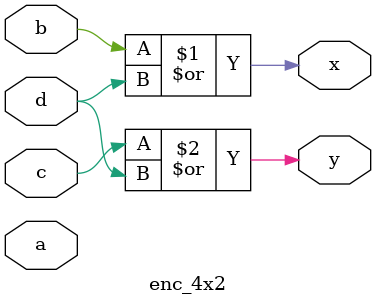
<source format=v>
module enc_4x2(
    input a, b, c, d,
    output x, y);

    or (x, b, d);
	or (y, c, d);
	
    //method 2	
    //assign x = b | d;
    //assign y = c | d;	
	
endmodule
</source>
